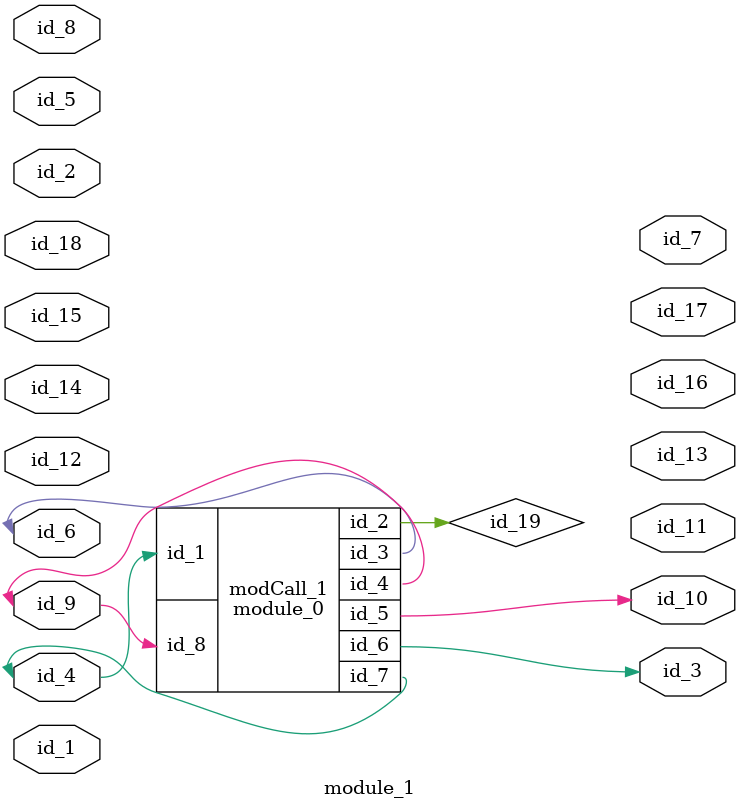
<source format=v>
module module_0 (
    id_1,
    id_2,
    id_3,
    id_4,
    id_5,
    id_6,
    id_7,
    id_8
);
  input wire id_8;
  output wire id_7;
  output wire id_6;
  output wire id_5;
  output wire id_4;
  output wire id_3;
  inout wire id_2;
  input wire id_1;
  assign id_5 = id_2;
endmodule
module module_1 (
    id_1,
    id_2,
    id_3,
    id_4,
    id_5,
    id_6,
    id_7,
    id_8,
    id_9,
    id_10,
    id_11,
    id_12,
    id_13,
    id_14,
    id_15,
    id_16,
    id_17,
    id_18
);
  input wire id_18;
  output wire id_17;
  output wire id_16;
  inout wire id_15;
  input wire id_14;
  output wire id_13;
  input wire id_12;
  output wire id_11;
  output wire id_10;
  inout wire id_9;
  input wire id_8;
  output wire id_7;
  inout wire id_6;
  input wire id_5;
  inout wire id_4;
  output wire id_3;
  inout wire id_2;
  input wire id_1;
  wire id_19;
  module_0 modCall_1 (
      id_4,
      id_19,
      id_6,
      id_9,
      id_10,
      id_3,
      id_4,
      id_9
  );
  wire id_20;
endmodule

</source>
